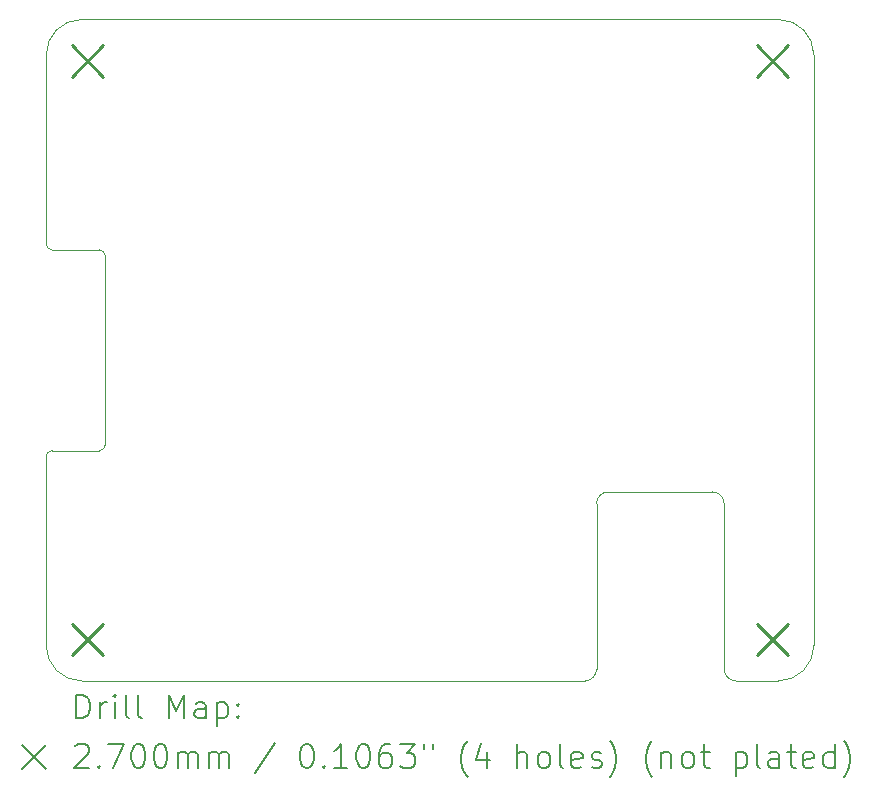
<source format=gbr>
%TF.GenerationSoftware,KiCad,Pcbnew,9.0.1-1.fc42*%
%TF.CreationDate,2025-05-14T23:08:46-05:00*%
%TF.ProjectId,pico_driver,7069636f-5f64-4726-9976-65722e6b6963,rev?*%
%TF.SameCoordinates,Original*%
%TF.FileFunction,Drillmap*%
%TF.FilePolarity,Positive*%
%FSLAX45Y45*%
G04 Gerber Fmt 4.5, Leading zero omitted, Abs format (unit mm)*
G04 Created by KiCad (PCBNEW 9.0.1-1.fc42) date 2025-05-14 23:08:46*
%MOMM*%
%LPD*%
G01*
G04 APERTURE LIST*
%ADD10C,0.100000*%
%ADD11C,0.200000*%
%ADD12C,0.270000*%
G04 APERTURE END LIST*
D10*
X16200000Y-10000000D02*
X15840000Y-10000000D01*
X15640000Y-8400000D02*
G75*
G02*
X15740000Y-8500000I0J-100000D01*
G01*
X10050000Y-6350000D02*
G75*
G02*
X10000000Y-6300000I0J50000D01*
G01*
X16200000Y-4400000D02*
G75*
G02*
X16500000Y-4700000I0J-300000D01*
G01*
X16500000Y-9700000D02*
X16500000Y-4700000D01*
X10000000Y-4700000D02*
X10000000Y-6300000D01*
X14660000Y-8500000D02*
X14660000Y-9900000D01*
X10300000Y-10000000D02*
G75*
G02*
X10000000Y-9700000I0J300000D01*
G01*
X14660000Y-9900000D02*
G75*
G02*
X14560000Y-10000000I-100000J0D01*
G01*
X14660000Y-8500000D02*
G75*
G02*
X14760000Y-8400000I100000J0D01*
G01*
X14560000Y-10000000D02*
X10300000Y-10000000D01*
X10450000Y-8050000D02*
X10050000Y-8050000D01*
X15840000Y-10000000D02*
G75*
G02*
X15740000Y-9900000I0J100000D01*
G01*
X10000000Y-8100000D02*
G75*
G02*
X10049913Y-8050000I50000J0D01*
G01*
X16500000Y-9700000D02*
G75*
G02*
X16200000Y-10000000I-300000J0D01*
G01*
X10500000Y-6400000D02*
X10500000Y-8000000D01*
X10000000Y-4700000D02*
G75*
G02*
X10300000Y-4400000I300000J0D01*
G01*
X15640000Y-8400000D02*
X14760000Y-8400000D01*
X15740000Y-9900000D02*
X15740000Y-8500000D01*
X10000000Y-8100000D02*
X10000000Y-9700000D01*
X10050000Y-6350000D02*
X10450000Y-6350000D01*
X10500000Y-8000000D02*
G75*
G02*
X10450000Y-8050000I-50000J0D01*
G01*
X10450000Y-6350000D02*
G75*
G02*
X10500000Y-6400000I0J-50000D01*
G01*
X16200000Y-4400000D02*
X10300000Y-4400000D01*
D11*
D12*
X10215000Y-4615000D02*
X10485000Y-4885000D01*
X10485000Y-4615000D02*
X10215000Y-4885000D01*
X10215000Y-9515000D02*
X10485000Y-9785000D01*
X10485000Y-9515000D02*
X10215000Y-9785000D01*
X16015000Y-4615000D02*
X16285000Y-4885000D01*
X16285000Y-4615000D02*
X16015000Y-4885000D01*
X16015000Y-9515000D02*
X16285000Y-9785000D01*
X16285000Y-9515000D02*
X16015000Y-9785000D01*
D11*
X10255777Y-10316484D02*
X10255777Y-10116484D01*
X10255777Y-10116484D02*
X10303396Y-10116484D01*
X10303396Y-10116484D02*
X10331967Y-10126008D01*
X10331967Y-10126008D02*
X10351015Y-10145055D01*
X10351015Y-10145055D02*
X10360539Y-10164103D01*
X10360539Y-10164103D02*
X10370063Y-10202198D01*
X10370063Y-10202198D02*
X10370063Y-10230770D01*
X10370063Y-10230770D02*
X10360539Y-10268865D01*
X10360539Y-10268865D02*
X10351015Y-10287912D01*
X10351015Y-10287912D02*
X10331967Y-10306960D01*
X10331967Y-10306960D02*
X10303396Y-10316484D01*
X10303396Y-10316484D02*
X10255777Y-10316484D01*
X10455777Y-10316484D02*
X10455777Y-10183150D01*
X10455777Y-10221246D02*
X10465301Y-10202198D01*
X10465301Y-10202198D02*
X10474824Y-10192674D01*
X10474824Y-10192674D02*
X10493872Y-10183150D01*
X10493872Y-10183150D02*
X10512920Y-10183150D01*
X10579586Y-10316484D02*
X10579586Y-10183150D01*
X10579586Y-10116484D02*
X10570063Y-10126008D01*
X10570063Y-10126008D02*
X10579586Y-10135531D01*
X10579586Y-10135531D02*
X10589110Y-10126008D01*
X10589110Y-10126008D02*
X10579586Y-10116484D01*
X10579586Y-10116484D02*
X10579586Y-10135531D01*
X10703396Y-10316484D02*
X10684348Y-10306960D01*
X10684348Y-10306960D02*
X10674824Y-10287912D01*
X10674824Y-10287912D02*
X10674824Y-10116484D01*
X10808158Y-10316484D02*
X10789110Y-10306960D01*
X10789110Y-10306960D02*
X10779586Y-10287912D01*
X10779586Y-10287912D02*
X10779586Y-10116484D01*
X11036729Y-10316484D02*
X11036729Y-10116484D01*
X11036729Y-10116484D02*
X11103396Y-10259341D01*
X11103396Y-10259341D02*
X11170063Y-10116484D01*
X11170063Y-10116484D02*
X11170063Y-10316484D01*
X11351015Y-10316484D02*
X11351015Y-10211722D01*
X11351015Y-10211722D02*
X11341491Y-10192674D01*
X11341491Y-10192674D02*
X11322443Y-10183150D01*
X11322443Y-10183150D02*
X11284348Y-10183150D01*
X11284348Y-10183150D02*
X11265301Y-10192674D01*
X11351015Y-10306960D02*
X11331967Y-10316484D01*
X11331967Y-10316484D02*
X11284348Y-10316484D01*
X11284348Y-10316484D02*
X11265301Y-10306960D01*
X11265301Y-10306960D02*
X11255777Y-10287912D01*
X11255777Y-10287912D02*
X11255777Y-10268865D01*
X11255777Y-10268865D02*
X11265301Y-10249817D01*
X11265301Y-10249817D02*
X11284348Y-10240293D01*
X11284348Y-10240293D02*
X11331967Y-10240293D01*
X11331967Y-10240293D02*
X11351015Y-10230770D01*
X11446253Y-10183150D02*
X11446253Y-10383150D01*
X11446253Y-10192674D02*
X11465301Y-10183150D01*
X11465301Y-10183150D02*
X11503396Y-10183150D01*
X11503396Y-10183150D02*
X11522443Y-10192674D01*
X11522443Y-10192674D02*
X11531967Y-10202198D01*
X11531967Y-10202198D02*
X11541491Y-10221246D01*
X11541491Y-10221246D02*
X11541491Y-10278389D01*
X11541491Y-10278389D02*
X11531967Y-10297436D01*
X11531967Y-10297436D02*
X11522443Y-10306960D01*
X11522443Y-10306960D02*
X11503396Y-10316484D01*
X11503396Y-10316484D02*
X11465301Y-10316484D01*
X11465301Y-10316484D02*
X11446253Y-10306960D01*
X11627205Y-10297436D02*
X11636729Y-10306960D01*
X11636729Y-10306960D02*
X11627205Y-10316484D01*
X11627205Y-10316484D02*
X11617682Y-10306960D01*
X11617682Y-10306960D02*
X11627205Y-10297436D01*
X11627205Y-10297436D02*
X11627205Y-10316484D01*
X11627205Y-10192674D02*
X11636729Y-10202198D01*
X11636729Y-10202198D02*
X11627205Y-10211722D01*
X11627205Y-10211722D02*
X11617682Y-10202198D01*
X11617682Y-10202198D02*
X11627205Y-10192674D01*
X11627205Y-10192674D02*
X11627205Y-10211722D01*
X9795000Y-10545000D02*
X9995000Y-10745000D01*
X9995000Y-10545000D02*
X9795000Y-10745000D01*
X10246253Y-10555531D02*
X10255777Y-10546008D01*
X10255777Y-10546008D02*
X10274824Y-10536484D01*
X10274824Y-10536484D02*
X10322444Y-10536484D01*
X10322444Y-10536484D02*
X10341491Y-10546008D01*
X10341491Y-10546008D02*
X10351015Y-10555531D01*
X10351015Y-10555531D02*
X10360539Y-10574579D01*
X10360539Y-10574579D02*
X10360539Y-10593627D01*
X10360539Y-10593627D02*
X10351015Y-10622198D01*
X10351015Y-10622198D02*
X10236729Y-10736484D01*
X10236729Y-10736484D02*
X10360539Y-10736484D01*
X10446253Y-10717436D02*
X10455777Y-10726960D01*
X10455777Y-10726960D02*
X10446253Y-10736484D01*
X10446253Y-10736484D02*
X10436729Y-10726960D01*
X10436729Y-10726960D02*
X10446253Y-10717436D01*
X10446253Y-10717436D02*
X10446253Y-10736484D01*
X10522444Y-10536484D02*
X10655777Y-10536484D01*
X10655777Y-10536484D02*
X10570063Y-10736484D01*
X10770063Y-10536484D02*
X10789110Y-10536484D01*
X10789110Y-10536484D02*
X10808158Y-10546008D01*
X10808158Y-10546008D02*
X10817682Y-10555531D01*
X10817682Y-10555531D02*
X10827205Y-10574579D01*
X10827205Y-10574579D02*
X10836729Y-10612674D01*
X10836729Y-10612674D02*
X10836729Y-10660293D01*
X10836729Y-10660293D02*
X10827205Y-10698389D01*
X10827205Y-10698389D02*
X10817682Y-10717436D01*
X10817682Y-10717436D02*
X10808158Y-10726960D01*
X10808158Y-10726960D02*
X10789110Y-10736484D01*
X10789110Y-10736484D02*
X10770063Y-10736484D01*
X10770063Y-10736484D02*
X10751015Y-10726960D01*
X10751015Y-10726960D02*
X10741491Y-10717436D01*
X10741491Y-10717436D02*
X10731967Y-10698389D01*
X10731967Y-10698389D02*
X10722444Y-10660293D01*
X10722444Y-10660293D02*
X10722444Y-10612674D01*
X10722444Y-10612674D02*
X10731967Y-10574579D01*
X10731967Y-10574579D02*
X10741491Y-10555531D01*
X10741491Y-10555531D02*
X10751015Y-10546008D01*
X10751015Y-10546008D02*
X10770063Y-10536484D01*
X10960539Y-10536484D02*
X10979586Y-10536484D01*
X10979586Y-10536484D02*
X10998634Y-10546008D01*
X10998634Y-10546008D02*
X11008158Y-10555531D01*
X11008158Y-10555531D02*
X11017682Y-10574579D01*
X11017682Y-10574579D02*
X11027205Y-10612674D01*
X11027205Y-10612674D02*
X11027205Y-10660293D01*
X11027205Y-10660293D02*
X11017682Y-10698389D01*
X11017682Y-10698389D02*
X11008158Y-10717436D01*
X11008158Y-10717436D02*
X10998634Y-10726960D01*
X10998634Y-10726960D02*
X10979586Y-10736484D01*
X10979586Y-10736484D02*
X10960539Y-10736484D01*
X10960539Y-10736484D02*
X10941491Y-10726960D01*
X10941491Y-10726960D02*
X10931967Y-10717436D01*
X10931967Y-10717436D02*
X10922444Y-10698389D01*
X10922444Y-10698389D02*
X10912920Y-10660293D01*
X10912920Y-10660293D02*
X10912920Y-10612674D01*
X10912920Y-10612674D02*
X10922444Y-10574579D01*
X10922444Y-10574579D02*
X10931967Y-10555531D01*
X10931967Y-10555531D02*
X10941491Y-10546008D01*
X10941491Y-10546008D02*
X10960539Y-10536484D01*
X11112920Y-10736484D02*
X11112920Y-10603150D01*
X11112920Y-10622198D02*
X11122444Y-10612674D01*
X11122444Y-10612674D02*
X11141491Y-10603150D01*
X11141491Y-10603150D02*
X11170063Y-10603150D01*
X11170063Y-10603150D02*
X11189110Y-10612674D01*
X11189110Y-10612674D02*
X11198634Y-10631722D01*
X11198634Y-10631722D02*
X11198634Y-10736484D01*
X11198634Y-10631722D02*
X11208158Y-10612674D01*
X11208158Y-10612674D02*
X11227205Y-10603150D01*
X11227205Y-10603150D02*
X11255777Y-10603150D01*
X11255777Y-10603150D02*
X11274824Y-10612674D01*
X11274824Y-10612674D02*
X11284348Y-10631722D01*
X11284348Y-10631722D02*
X11284348Y-10736484D01*
X11379586Y-10736484D02*
X11379586Y-10603150D01*
X11379586Y-10622198D02*
X11389110Y-10612674D01*
X11389110Y-10612674D02*
X11408158Y-10603150D01*
X11408158Y-10603150D02*
X11436729Y-10603150D01*
X11436729Y-10603150D02*
X11455777Y-10612674D01*
X11455777Y-10612674D02*
X11465301Y-10631722D01*
X11465301Y-10631722D02*
X11465301Y-10736484D01*
X11465301Y-10631722D02*
X11474824Y-10612674D01*
X11474824Y-10612674D02*
X11493872Y-10603150D01*
X11493872Y-10603150D02*
X11522443Y-10603150D01*
X11522443Y-10603150D02*
X11541491Y-10612674D01*
X11541491Y-10612674D02*
X11551015Y-10631722D01*
X11551015Y-10631722D02*
X11551015Y-10736484D01*
X11941491Y-10526960D02*
X11770063Y-10784103D01*
X12198634Y-10536484D02*
X12217682Y-10536484D01*
X12217682Y-10536484D02*
X12236729Y-10546008D01*
X12236729Y-10546008D02*
X12246253Y-10555531D01*
X12246253Y-10555531D02*
X12255777Y-10574579D01*
X12255777Y-10574579D02*
X12265301Y-10612674D01*
X12265301Y-10612674D02*
X12265301Y-10660293D01*
X12265301Y-10660293D02*
X12255777Y-10698389D01*
X12255777Y-10698389D02*
X12246253Y-10717436D01*
X12246253Y-10717436D02*
X12236729Y-10726960D01*
X12236729Y-10726960D02*
X12217682Y-10736484D01*
X12217682Y-10736484D02*
X12198634Y-10736484D01*
X12198634Y-10736484D02*
X12179586Y-10726960D01*
X12179586Y-10726960D02*
X12170063Y-10717436D01*
X12170063Y-10717436D02*
X12160539Y-10698389D01*
X12160539Y-10698389D02*
X12151015Y-10660293D01*
X12151015Y-10660293D02*
X12151015Y-10612674D01*
X12151015Y-10612674D02*
X12160539Y-10574579D01*
X12160539Y-10574579D02*
X12170063Y-10555531D01*
X12170063Y-10555531D02*
X12179586Y-10546008D01*
X12179586Y-10546008D02*
X12198634Y-10536484D01*
X12351015Y-10717436D02*
X12360539Y-10726960D01*
X12360539Y-10726960D02*
X12351015Y-10736484D01*
X12351015Y-10736484D02*
X12341491Y-10726960D01*
X12341491Y-10726960D02*
X12351015Y-10717436D01*
X12351015Y-10717436D02*
X12351015Y-10736484D01*
X12551015Y-10736484D02*
X12436729Y-10736484D01*
X12493872Y-10736484D02*
X12493872Y-10536484D01*
X12493872Y-10536484D02*
X12474825Y-10565055D01*
X12474825Y-10565055D02*
X12455777Y-10584103D01*
X12455777Y-10584103D02*
X12436729Y-10593627D01*
X12674825Y-10536484D02*
X12693872Y-10536484D01*
X12693872Y-10536484D02*
X12712920Y-10546008D01*
X12712920Y-10546008D02*
X12722444Y-10555531D01*
X12722444Y-10555531D02*
X12731967Y-10574579D01*
X12731967Y-10574579D02*
X12741491Y-10612674D01*
X12741491Y-10612674D02*
X12741491Y-10660293D01*
X12741491Y-10660293D02*
X12731967Y-10698389D01*
X12731967Y-10698389D02*
X12722444Y-10717436D01*
X12722444Y-10717436D02*
X12712920Y-10726960D01*
X12712920Y-10726960D02*
X12693872Y-10736484D01*
X12693872Y-10736484D02*
X12674825Y-10736484D01*
X12674825Y-10736484D02*
X12655777Y-10726960D01*
X12655777Y-10726960D02*
X12646253Y-10717436D01*
X12646253Y-10717436D02*
X12636729Y-10698389D01*
X12636729Y-10698389D02*
X12627206Y-10660293D01*
X12627206Y-10660293D02*
X12627206Y-10612674D01*
X12627206Y-10612674D02*
X12636729Y-10574579D01*
X12636729Y-10574579D02*
X12646253Y-10555531D01*
X12646253Y-10555531D02*
X12655777Y-10546008D01*
X12655777Y-10546008D02*
X12674825Y-10536484D01*
X12912920Y-10536484D02*
X12874825Y-10536484D01*
X12874825Y-10536484D02*
X12855777Y-10546008D01*
X12855777Y-10546008D02*
X12846253Y-10555531D01*
X12846253Y-10555531D02*
X12827206Y-10584103D01*
X12827206Y-10584103D02*
X12817682Y-10622198D01*
X12817682Y-10622198D02*
X12817682Y-10698389D01*
X12817682Y-10698389D02*
X12827206Y-10717436D01*
X12827206Y-10717436D02*
X12836729Y-10726960D01*
X12836729Y-10726960D02*
X12855777Y-10736484D01*
X12855777Y-10736484D02*
X12893872Y-10736484D01*
X12893872Y-10736484D02*
X12912920Y-10726960D01*
X12912920Y-10726960D02*
X12922444Y-10717436D01*
X12922444Y-10717436D02*
X12931967Y-10698389D01*
X12931967Y-10698389D02*
X12931967Y-10650770D01*
X12931967Y-10650770D02*
X12922444Y-10631722D01*
X12922444Y-10631722D02*
X12912920Y-10622198D01*
X12912920Y-10622198D02*
X12893872Y-10612674D01*
X12893872Y-10612674D02*
X12855777Y-10612674D01*
X12855777Y-10612674D02*
X12836729Y-10622198D01*
X12836729Y-10622198D02*
X12827206Y-10631722D01*
X12827206Y-10631722D02*
X12817682Y-10650770D01*
X12998634Y-10536484D02*
X13122444Y-10536484D01*
X13122444Y-10536484D02*
X13055777Y-10612674D01*
X13055777Y-10612674D02*
X13084348Y-10612674D01*
X13084348Y-10612674D02*
X13103396Y-10622198D01*
X13103396Y-10622198D02*
X13112920Y-10631722D01*
X13112920Y-10631722D02*
X13122444Y-10650770D01*
X13122444Y-10650770D02*
X13122444Y-10698389D01*
X13122444Y-10698389D02*
X13112920Y-10717436D01*
X13112920Y-10717436D02*
X13103396Y-10726960D01*
X13103396Y-10726960D02*
X13084348Y-10736484D01*
X13084348Y-10736484D02*
X13027206Y-10736484D01*
X13027206Y-10736484D02*
X13008158Y-10726960D01*
X13008158Y-10726960D02*
X12998634Y-10717436D01*
X13198634Y-10536484D02*
X13198634Y-10574579D01*
X13274825Y-10536484D02*
X13274825Y-10574579D01*
X13570063Y-10812674D02*
X13560539Y-10803150D01*
X13560539Y-10803150D02*
X13541491Y-10774579D01*
X13541491Y-10774579D02*
X13531968Y-10755531D01*
X13531968Y-10755531D02*
X13522444Y-10726960D01*
X13522444Y-10726960D02*
X13512920Y-10679341D01*
X13512920Y-10679341D02*
X13512920Y-10641246D01*
X13512920Y-10641246D02*
X13522444Y-10593627D01*
X13522444Y-10593627D02*
X13531968Y-10565055D01*
X13531968Y-10565055D02*
X13541491Y-10546008D01*
X13541491Y-10546008D02*
X13560539Y-10517436D01*
X13560539Y-10517436D02*
X13570063Y-10507912D01*
X13731968Y-10603150D02*
X13731968Y-10736484D01*
X13684348Y-10526960D02*
X13636729Y-10669817D01*
X13636729Y-10669817D02*
X13760539Y-10669817D01*
X13989110Y-10736484D02*
X13989110Y-10536484D01*
X14074825Y-10736484D02*
X14074825Y-10631722D01*
X14074825Y-10631722D02*
X14065301Y-10612674D01*
X14065301Y-10612674D02*
X14046253Y-10603150D01*
X14046253Y-10603150D02*
X14017682Y-10603150D01*
X14017682Y-10603150D02*
X13998634Y-10612674D01*
X13998634Y-10612674D02*
X13989110Y-10622198D01*
X14198634Y-10736484D02*
X14179587Y-10726960D01*
X14179587Y-10726960D02*
X14170063Y-10717436D01*
X14170063Y-10717436D02*
X14160539Y-10698389D01*
X14160539Y-10698389D02*
X14160539Y-10641246D01*
X14160539Y-10641246D02*
X14170063Y-10622198D01*
X14170063Y-10622198D02*
X14179587Y-10612674D01*
X14179587Y-10612674D02*
X14198634Y-10603150D01*
X14198634Y-10603150D02*
X14227206Y-10603150D01*
X14227206Y-10603150D02*
X14246253Y-10612674D01*
X14246253Y-10612674D02*
X14255777Y-10622198D01*
X14255777Y-10622198D02*
X14265301Y-10641246D01*
X14265301Y-10641246D02*
X14265301Y-10698389D01*
X14265301Y-10698389D02*
X14255777Y-10717436D01*
X14255777Y-10717436D02*
X14246253Y-10726960D01*
X14246253Y-10726960D02*
X14227206Y-10736484D01*
X14227206Y-10736484D02*
X14198634Y-10736484D01*
X14379587Y-10736484D02*
X14360539Y-10726960D01*
X14360539Y-10726960D02*
X14351015Y-10707912D01*
X14351015Y-10707912D02*
X14351015Y-10536484D01*
X14531968Y-10726960D02*
X14512920Y-10736484D01*
X14512920Y-10736484D02*
X14474825Y-10736484D01*
X14474825Y-10736484D02*
X14455777Y-10726960D01*
X14455777Y-10726960D02*
X14446253Y-10707912D01*
X14446253Y-10707912D02*
X14446253Y-10631722D01*
X14446253Y-10631722D02*
X14455777Y-10612674D01*
X14455777Y-10612674D02*
X14474825Y-10603150D01*
X14474825Y-10603150D02*
X14512920Y-10603150D01*
X14512920Y-10603150D02*
X14531968Y-10612674D01*
X14531968Y-10612674D02*
X14541491Y-10631722D01*
X14541491Y-10631722D02*
X14541491Y-10650770D01*
X14541491Y-10650770D02*
X14446253Y-10669817D01*
X14617682Y-10726960D02*
X14636730Y-10736484D01*
X14636730Y-10736484D02*
X14674825Y-10736484D01*
X14674825Y-10736484D02*
X14693872Y-10726960D01*
X14693872Y-10726960D02*
X14703396Y-10707912D01*
X14703396Y-10707912D02*
X14703396Y-10698389D01*
X14703396Y-10698389D02*
X14693872Y-10679341D01*
X14693872Y-10679341D02*
X14674825Y-10669817D01*
X14674825Y-10669817D02*
X14646253Y-10669817D01*
X14646253Y-10669817D02*
X14627206Y-10660293D01*
X14627206Y-10660293D02*
X14617682Y-10641246D01*
X14617682Y-10641246D02*
X14617682Y-10631722D01*
X14617682Y-10631722D02*
X14627206Y-10612674D01*
X14627206Y-10612674D02*
X14646253Y-10603150D01*
X14646253Y-10603150D02*
X14674825Y-10603150D01*
X14674825Y-10603150D02*
X14693872Y-10612674D01*
X14770063Y-10812674D02*
X14779587Y-10803150D01*
X14779587Y-10803150D02*
X14798634Y-10774579D01*
X14798634Y-10774579D02*
X14808158Y-10755531D01*
X14808158Y-10755531D02*
X14817682Y-10726960D01*
X14817682Y-10726960D02*
X14827206Y-10679341D01*
X14827206Y-10679341D02*
X14827206Y-10641246D01*
X14827206Y-10641246D02*
X14817682Y-10593627D01*
X14817682Y-10593627D02*
X14808158Y-10565055D01*
X14808158Y-10565055D02*
X14798634Y-10546008D01*
X14798634Y-10546008D02*
X14779587Y-10517436D01*
X14779587Y-10517436D02*
X14770063Y-10507912D01*
X15131968Y-10812674D02*
X15122444Y-10803150D01*
X15122444Y-10803150D02*
X15103396Y-10774579D01*
X15103396Y-10774579D02*
X15093872Y-10755531D01*
X15093872Y-10755531D02*
X15084349Y-10726960D01*
X15084349Y-10726960D02*
X15074825Y-10679341D01*
X15074825Y-10679341D02*
X15074825Y-10641246D01*
X15074825Y-10641246D02*
X15084349Y-10593627D01*
X15084349Y-10593627D02*
X15093872Y-10565055D01*
X15093872Y-10565055D02*
X15103396Y-10546008D01*
X15103396Y-10546008D02*
X15122444Y-10517436D01*
X15122444Y-10517436D02*
X15131968Y-10507912D01*
X15208158Y-10603150D02*
X15208158Y-10736484D01*
X15208158Y-10622198D02*
X15217682Y-10612674D01*
X15217682Y-10612674D02*
X15236730Y-10603150D01*
X15236730Y-10603150D02*
X15265301Y-10603150D01*
X15265301Y-10603150D02*
X15284349Y-10612674D01*
X15284349Y-10612674D02*
X15293872Y-10631722D01*
X15293872Y-10631722D02*
X15293872Y-10736484D01*
X15417682Y-10736484D02*
X15398634Y-10726960D01*
X15398634Y-10726960D02*
X15389111Y-10717436D01*
X15389111Y-10717436D02*
X15379587Y-10698389D01*
X15379587Y-10698389D02*
X15379587Y-10641246D01*
X15379587Y-10641246D02*
X15389111Y-10622198D01*
X15389111Y-10622198D02*
X15398634Y-10612674D01*
X15398634Y-10612674D02*
X15417682Y-10603150D01*
X15417682Y-10603150D02*
X15446253Y-10603150D01*
X15446253Y-10603150D02*
X15465301Y-10612674D01*
X15465301Y-10612674D02*
X15474825Y-10622198D01*
X15474825Y-10622198D02*
X15484349Y-10641246D01*
X15484349Y-10641246D02*
X15484349Y-10698389D01*
X15484349Y-10698389D02*
X15474825Y-10717436D01*
X15474825Y-10717436D02*
X15465301Y-10726960D01*
X15465301Y-10726960D02*
X15446253Y-10736484D01*
X15446253Y-10736484D02*
X15417682Y-10736484D01*
X15541492Y-10603150D02*
X15617682Y-10603150D01*
X15570063Y-10536484D02*
X15570063Y-10707912D01*
X15570063Y-10707912D02*
X15579587Y-10726960D01*
X15579587Y-10726960D02*
X15598634Y-10736484D01*
X15598634Y-10736484D02*
X15617682Y-10736484D01*
X15836730Y-10603150D02*
X15836730Y-10803150D01*
X15836730Y-10612674D02*
X15855777Y-10603150D01*
X15855777Y-10603150D02*
X15893873Y-10603150D01*
X15893873Y-10603150D02*
X15912920Y-10612674D01*
X15912920Y-10612674D02*
X15922444Y-10622198D01*
X15922444Y-10622198D02*
X15931968Y-10641246D01*
X15931968Y-10641246D02*
X15931968Y-10698389D01*
X15931968Y-10698389D02*
X15922444Y-10717436D01*
X15922444Y-10717436D02*
X15912920Y-10726960D01*
X15912920Y-10726960D02*
X15893873Y-10736484D01*
X15893873Y-10736484D02*
X15855777Y-10736484D01*
X15855777Y-10736484D02*
X15836730Y-10726960D01*
X16046253Y-10736484D02*
X16027206Y-10726960D01*
X16027206Y-10726960D02*
X16017682Y-10707912D01*
X16017682Y-10707912D02*
X16017682Y-10536484D01*
X16208158Y-10736484D02*
X16208158Y-10631722D01*
X16208158Y-10631722D02*
X16198634Y-10612674D01*
X16198634Y-10612674D02*
X16179587Y-10603150D01*
X16179587Y-10603150D02*
X16141492Y-10603150D01*
X16141492Y-10603150D02*
X16122444Y-10612674D01*
X16208158Y-10726960D02*
X16189111Y-10736484D01*
X16189111Y-10736484D02*
X16141492Y-10736484D01*
X16141492Y-10736484D02*
X16122444Y-10726960D01*
X16122444Y-10726960D02*
X16112920Y-10707912D01*
X16112920Y-10707912D02*
X16112920Y-10688865D01*
X16112920Y-10688865D02*
X16122444Y-10669817D01*
X16122444Y-10669817D02*
X16141492Y-10660293D01*
X16141492Y-10660293D02*
X16189111Y-10660293D01*
X16189111Y-10660293D02*
X16208158Y-10650770D01*
X16274825Y-10603150D02*
X16351015Y-10603150D01*
X16303396Y-10536484D02*
X16303396Y-10707912D01*
X16303396Y-10707912D02*
X16312920Y-10726960D01*
X16312920Y-10726960D02*
X16331968Y-10736484D01*
X16331968Y-10736484D02*
X16351015Y-10736484D01*
X16493873Y-10726960D02*
X16474825Y-10736484D01*
X16474825Y-10736484D02*
X16436730Y-10736484D01*
X16436730Y-10736484D02*
X16417682Y-10726960D01*
X16417682Y-10726960D02*
X16408158Y-10707912D01*
X16408158Y-10707912D02*
X16408158Y-10631722D01*
X16408158Y-10631722D02*
X16417682Y-10612674D01*
X16417682Y-10612674D02*
X16436730Y-10603150D01*
X16436730Y-10603150D02*
X16474825Y-10603150D01*
X16474825Y-10603150D02*
X16493873Y-10612674D01*
X16493873Y-10612674D02*
X16503396Y-10631722D01*
X16503396Y-10631722D02*
X16503396Y-10650770D01*
X16503396Y-10650770D02*
X16408158Y-10669817D01*
X16674825Y-10736484D02*
X16674825Y-10536484D01*
X16674825Y-10726960D02*
X16655777Y-10736484D01*
X16655777Y-10736484D02*
X16617682Y-10736484D01*
X16617682Y-10736484D02*
X16598634Y-10726960D01*
X16598634Y-10726960D02*
X16589111Y-10717436D01*
X16589111Y-10717436D02*
X16579587Y-10698389D01*
X16579587Y-10698389D02*
X16579587Y-10641246D01*
X16579587Y-10641246D02*
X16589111Y-10622198D01*
X16589111Y-10622198D02*
X16598634Y-10612674D01*
X16598634Y-10612674D02*
X16617682Y-10603150D01*
X16617682Y-10603150D02*
X16655777Y-10603150D01*
X16655777Y-10603150D02*
X16674825Y-10612674D01*
X16751015Y-10812674D02*
X16760539Y-10803150D01*
X16760539Y-10803150D02*
X16779587Y-10774579D01*
X16779587Y-10774579D02*
X16789111Y-10755531D01*
X16789111Y-10755531D02*
X16798635Y-10726960D01*
X16798635Y-10726960D02*
X16808158Y-10679341D01*
X16808158Y-10679341D02*
X16808158Y-10641246D01*
X16808158Y-10641246D02*
X16798635Y-10593627D01*
X16798635Y-10593627D02*
X16789111Y-10565055D01*
X16789111Y-10565055D02*
X16779587Y-10546008D01*
X16779587Y-10546008D02*
X16760539Y-10517436D01*
X16760539Y-10517436D02*
X16751015Y-10507912D01*
M02*

</source>
